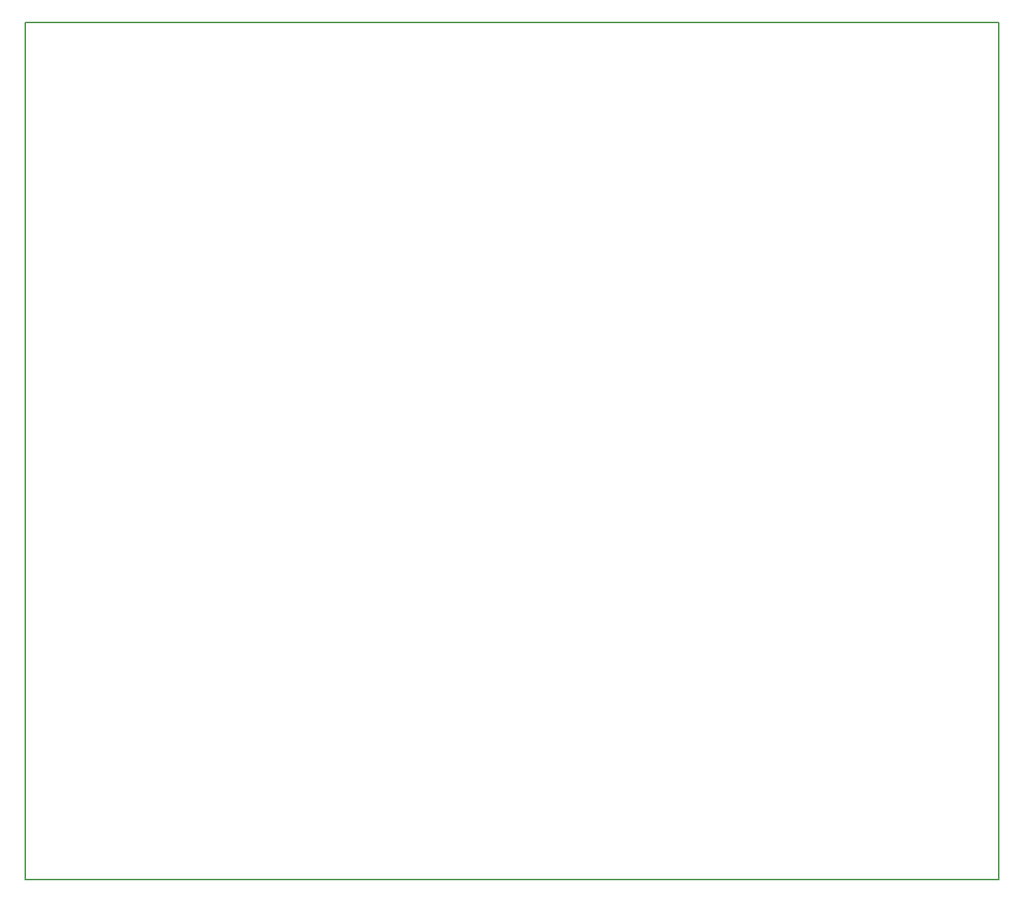
<source format=gbr>
%TF.GenerationSoftware,KiCad,Pcbnew,9.0.0*%
%TF.CreationDate,2025-04-03T15:03:38-06:00*%
%TF.ProjectId,Midi Bass Sch,4d696469-2042-4617-9373-205363682e6b,rev?*%
%TF.SameCoordinates,Original*%
%TF.FileFunction,Profile,NP*%
%FSLAX46Y46*%
G04 Gerber Fmt 4.6, Leading zero omitted, Abs format (unit mm)*
G04 Created by KiCad (PCBNEW 9.0.0) date 2025-04-03 15:03:38*
%MOMM*%
%LPD*%
G01*
G04 APERTURE LIST*
%TA.AperFunction,Profile*%
%ADD10C,0.200000*%
%TD*%
G04 APERTURE END LIST*
D10*
X85725000Y-127635000D02*
X203200000Y-127635000D01*
X203200000Y-231140000D01*
X85725000Y-231140000D01*
X85725000Y-127635000D01*
M02*

</source>
